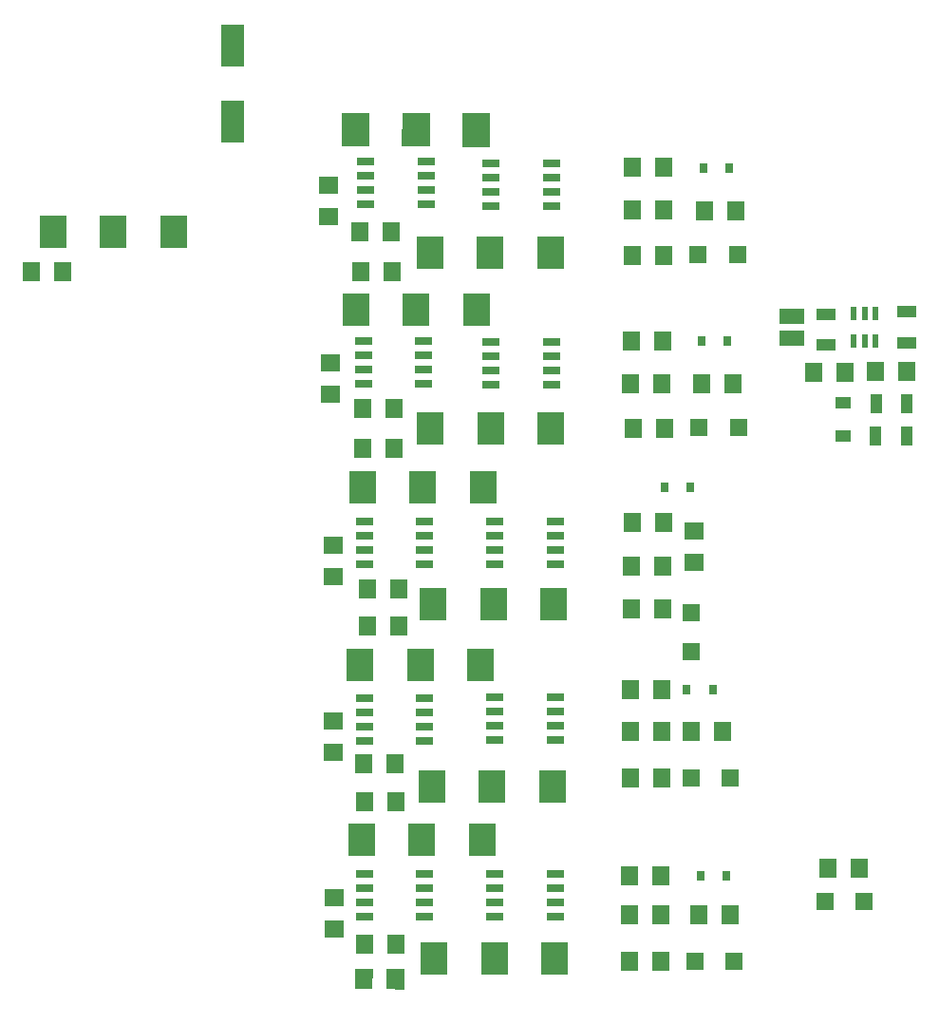
<source format=gbr>
G04 EAGLE Gerber RS-274X export*
G75*
%MOMM*%
%FSLAX34Y34*%
%LPD*%
%INSolderpaste Top*%
%IPPOS*%
%AMOC8*
5,1,8,0,0,1.08239X$1,22.5*%
G01*
G04 Define Apertures*
%ADD10R,1.600000X1.800000*%
%ADD11R,1.500000X0.650000*%
%ADD12R,1.525000X0.650000*%
%ADD13R,2.475000X3.000000*%
%ADD14R,3.000000X2.475000*%
%ADD15R,0.600000X1.200000*%
%ADD16R,2.150000X3.700000*%
%ADD17R,1.800000X1.600000*%
%ADD18R,0.800000X0.900000*%
%ADD19R,1.500000X1.500000*%
%ADD20R,2.200000X1.450000*%
%ADD21R,1.050000X1.820000*%
%ADD22R,1.820000X1.050000*%
%ADD23R,1.370000X1.120000*%
D10*
X661000Y552000D03*
X633000Y552000D03*
X660000Y78000D03*
X632000Y78000D03*
X662000Y389000D03*
X634000Y389000D03*
X661000Y242000D03*
X633000Y242000D03*
X394269Y530000D03*
X422269Y530000D03*
X422745Y494000D03*
X394745Y494000D03*
X426476Y335524D03*
X398476Y335524D03*
X399000Y369000D03*
X427000Y369000D03*
X396000Y52000D03*
X424000Y52000D03*
G36*
X415633Y30054D02*
X431629Y29775D01*
X431315Y11778D01*
X415319Y12057D01*
X415633Y30054D01*
G37*
G36*
X387637Y30542D02*
X403633Y30263D01*
X403319Y12266D01*
X387323Y12545D01*
X387637Y30542D01*
G37*
X424000Y179524D03*
X396000Y179524D03*
X395000Y213000D03*
X423000Y213000D03*
D11*
X563000Y550950D03*
X563000Y563650D03*
X563000Y576350D03*
X563000Y589050D03*
X509000Y589050D03*
X509000Y576350D03*
X509000Y563650D03*
X509000Y550950D03*
X566000Y76950D03*
X566000Y89650D03*
X566000Y102350D03*
X566000Y115050D03*
X512000Y115050D03*
X512000Y102350D03*
X512000Y89650D03*
X512000Y76950D03*
X566000Y390950D03*
X566000Y403650D03*
X566000Y416350D03*
X566000Y429050D03*
X512000Y429050D03*
X512000Y416350D03*
X512000Y403650D03*
X512000Y390950D03*
X566000Y233950D03*
X566000Y246650D03*
X566000Y259350D03*
X566000Y272050D03*
X512000Y272050D03*
X512000Y259350D03*
X512000Y246650D03*
X512000Y233950D03*
D12*
X396120Y429226D03*
X396120Y416526D03*
X396120Y403826D03*
X396120Y391126D03*
X449880Y391126D03*
X449880Y403826D03*
X449880Y416526D03*
X449880Y429226D03*
X395120Y590050D03*
X395120Y577350D03*
X395120Y564650D03*
X395120Y551950D03*
X448880Y551950D03*
X448880Y564650D03*
X448880Y577350D03*
X448880Y590050D03*
X396120Y115050D03*
X396120Y102350D03*
X396120Y89650D03*
X396120Y76950D03*
X449880Y76950D03*
X449880Y89650D03*
X449880Y102350D03*
X449880Y115050D03*
X396120Y271050D03*
X396120Y258350D03*
X396120Y245650D03*
X396120Y232950D03*
X449880Y232950D03*
X449880Y245650D03*
X449880Y258350D03*
X449880Y271050D03*
D10*
X663000Y707000D03*
X635000Y707000D03*
X392000Y687000D03*
X420000Y687000D03*
X421000Y652000D03*
X393000Y652000D03*
D11*
X563000Y709950D03*
X563000Y722650D03*
X563000Y735350D03*
X563000Y748050D03*
X509000Y748050D03*
X509000Y735350D03*
X509000Y722650D03*
X509000Y709950D03*
D12*
X397120Y750050D03*
X397120Y737350D03*
X397120Y724650D03*
X397120Y711950D03*
X450880Y711950D03*
X450880Y724650D03*
X450880Y737350D03*
X450880Y750050D03*
D13*
X447000Y145524D03*
X393250Y145524D03*
X500750Y145524D03*
X446000Y301000D03*
X392250Y301000D03*
X499750Y301000D03*
X448000Y459476D03*
X394250Y459476D03*
X501750Y459476D03*
X442000Y618000D03*
X388250Y618000D03*
X495750Y618000D03*
D14*
G36*
X429599Y763022D02*
X429652Y793021D01*
X454401Y792978D01*
X454348Y762979D01*
X429599Y763022D01*
G37*
G36*
X375849Y763116D02*
X375902Y793115D01*
X400651Y793072D01*
X400598Y763073D01*
X375849Y763116D01*
G37*
G36*
X483349Y762928D02*
X483402Y792927D01*
X508151Y792884D01*
X508098Y762885D01*
X483349Y762928D01*
G37*
D13*
X171956Y687173D03*
X225706Y687173D03*
X118206Y687173D03*
X512000Y39160D03*
X458250Y39160D03*
X565750Y39160D03*
X508649Y512176D03*
X454899Y512176D03*
X562399Y512176D03*
X510000Y193000D03*
X456250Y193000D03*
X563750Y193000D03*
X508000Y668176D03*
X454250Y668176D03*
X561750Y668176D03*
X511000Y355000D03*
X457250Y355000D03*
X564750Y355000D03*
D15*
X832500Y589500D03*
X842000Y589500D03*
X851500Y589500D03*
X851500Y614500D03*
X842000Y614500D03*
X832500Y614500D03*
D10*
X880000Y562326D03*
X852000Y562326D03*
X825000Y561850D03*
X797000Y561850D03*
D16*
X278594Y785340D03*
X278594Y853340D03*
D17*
X364000Y701000D03*
X364000Y729000D03*
X365476Y542000D03*
X365476Y570000D03*
X368000Y380000D03*
X368000Y408000D03*
X368000Y223000D03*
X368000Y251000D03*
X369000Y66000D03*
X369000Y94000D03*
D10*
X809000Y120000D03*
X837000Y120000D03*
X636000Y512000D03*
X664000Y512000D03*
X697000Y552000D03*
X725000Y552000D03*
X634000Y590000D03*
X662000Y590000D03*
D18*
X696500Y590000D03*
X719500Y590000D03*
D19*
X694500Y513000D03*
X729500Y513000D03*
D10*
X635000Y666000D03*
X663000Y666000D03*
X699000Y706000D03*
X727000Y706000D03*
X635000Y745000D03*
X663000Y745000D03*
D18*
X698500Y744000D03*
X721500Y744000D03*
D19*
X693500Y667000D03*
X728500Y667000D03*
D10*
X632000Y37000D03*
X660000Y37000D03*
X694000Y78000D03*
X722000Y78000D03*
X632000Y113000D03*
X660000Y113000D03*
D18*
X695500Y113000D03*
X718500Y113000D03*
D19*
X690500Y37000D03*
X725500Y37000D03*
D10*
X633000Y200000D03*
X661000Y200000D03*
X687000Y242000D03*
X715000Y242000D03*
X633000Y279000D03*
X661000Y279000D03*
D18*
X683500Y279000D03*
X706500Y279000D03*
D19*
X687500Y200000D03*
X722500Y200000D03*
D10*
X634000Y351000D03*
X662000Y351000D03*
D17*
X690000Y420500D03*
X690000Y392500D03*
D10*
X635000Y428000D03*
X663000Y428000D03*
D18*
X663500Y459000D03*
X686500Y459000D03*
D19*
X687500Y313000D03*
X687500Y348000D03*
X806500Y90000D03*
X841500Y90000D03*
D20*
X777000Y612000D03*
X777000Y592000D03*
D21*
X879900Y534000D03*
X852100Y534000D03*
D22*
X808000Y586100D03*
X808000Y613900D03*
X879690Y588376D03*
X879690Y616176D03*
D21*
X879590Y504776D03*
X851790Y504776D03*
D23*
X823240Y505000D03*
X823240Y535000D03*
D10*
X99000Y652000D03*
X127000Y652000D03*
M02*

</source>
